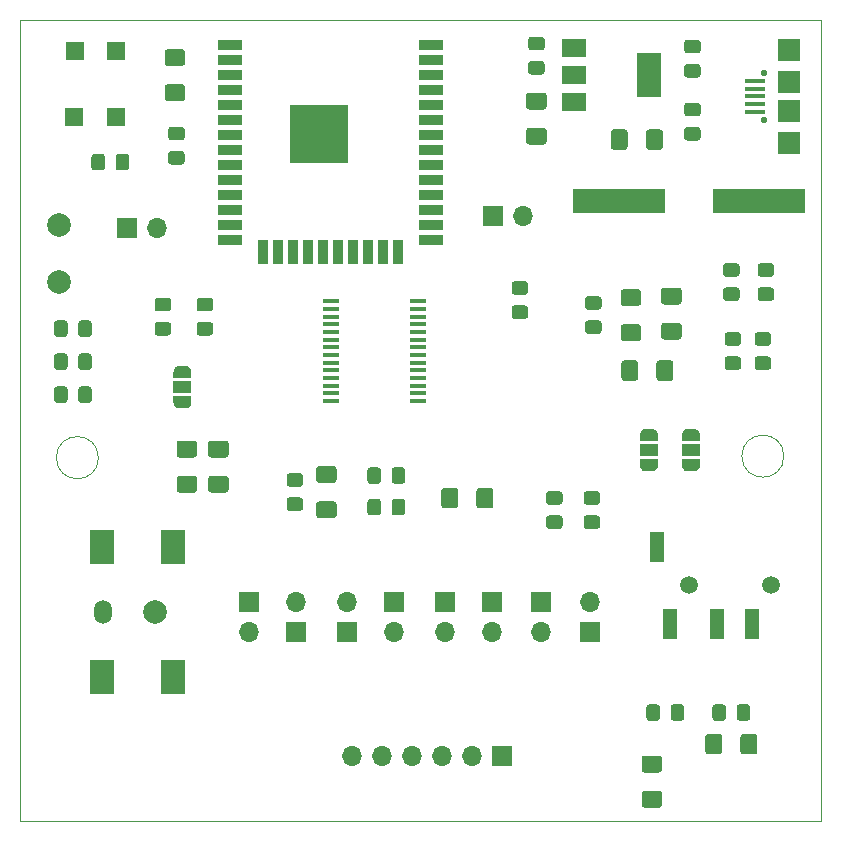
<source format=gbr>
%TF.GenerationSoftware,KiCad,Pcbnew,(5.1.8)-1*%
%TF.CreationDate,2021-07-11T12:48:12+05:30*%
%TF.ProjectId,AC_RMS_ESP32_ATM90E26,41435f52-4d53-45f4-9553-5033325f4154,V2*%
%TF.SameCoordinates,Original*%
%TF.FileFunction,Soldermask,Top*%
%TF.FilePolarity,Negative*%
%FSLAX46Y46*%
G04 Gerber Fmt 4.6, Leading zero omitted, Abs format (unit mm)*
G04 Created by KiCad (PCBNEW (5.1.8)-1) date 2021-07-11 12:48:12*
%MOMM*%
%LPD*%
G01*
G04 APERTURE LIST*
%TA.AperFunction,Profile*%
%ADD10C,0.050000*%
%TD*%
%ADD11O,1.700000X1.700000*%
%ADD12R,1.700000X1.700000*%
%ADD13R,1.900000X1.900000*%
%ADD14C,0.550000*%
%ADD15R,1.800000X0.400000*%
%ADD16R,1.500000X1.500000*%
%ADD17O,1.500000X2.000000*%
%ADD18C,2.000000*%
%ADD19R,2.000000X3.000000*%
%ADD20C,0.100000*%
%ADD21R,1.500000X1.000000*%
%ADD22R,5.000000X5.000000*%
%ADD23R,2.000000X0.900000*%
%ADD24R,0.900000X2.000000*%
%ADD25R,7.875000X2.000000*%
%ADD26R,2.000000X3.800000*%
%ADD27R,2.000000X1.500000*%
%ADD28R,1.397000X0.348000*%
%ADD29R,1.200000X2.500000*%
%ADD30C,1.500000*%
G04 APERTURE END LIST*
D10*
X137795000Y-66040000D02*
X137795000Y-133858000D01*
X69977000Y-66040000D02*
X69977000Y-133858000D01*
X134620000Y-102997000D02*
G75*
G03*
X134620000Y-102997000I-1778000J0D01*
G01*
X76585530Y-103124000D02*
G75*
G03*
X76585530Y-103124000I-1782530J0D01*
G01*
X137795000Y-66040000D02*
X122301000Y-66040000D01*
X122301000Y-66040000D02*
X85471000Y-66040000D01*
X85471000Y-66040000D02*
X69977000Y-66040000D01*
X122301000Y-133858000D02*
X137795000Y-133858000D01*
X85471000Y-133858000D02*
X122301000Y-133858000D01*
X69977000Y-133858000D02*
X85471000Y-133858000D01*
D11*
%TO.C,J11*%
X114066000Y-117866000D03*
D12*
X114066000Y-115326000D03*
%TD*%
D13*
%TO.C,J4*%
X135085000Y-73735000D03*
X135085000Y-71335000D03*
X135085000Y-68585000D03*
X135085000Y-76485000D03*
D14*
X132935000Y-70535000D03*
X132935000Y-74535000D03*
D15*
X132185000Y-71235000D03*
X132185000Y-71885000D03*
X132185000Y-72535000D03*
X132185000Y-73835000D03*
X132185000Y-73185000D03*
%TD*%
D16*
%TO.C,sw1*%
X78095000Y-68693000D03*
X78085000Y-74313000D03*
%TD*%
%TO.C,sw2*%
X74569000Y-68689000D03*
X74559000Y-74309000D03*
%TD*%
%TO.C,D2*%
G36*
G01*
X124374000Y-75575000D02*
X124374000Y-76825000D01*
G75*
G02*
X124124000Y-77075000I-250000J0D01*
G01*
X123199000Y-77075000D01*
G75*
G02*
X122949000Y-76825000I0J250000D01*
G01*
X122949000Y-75575000D01*
G75*
G02*
X123199000Y-75325000I250000J0D01*
G01*
X124124000Y-75325000D01*
G75*
G02*
X124374000Y-75575000I0J-250000D01*
G01*
G37*
G36*
G01*
X121399000Y-75575000D02*
X121399000Y-76825000D01*
G75*
G02*
X121149000Y-77075000I-250000J0D01*
G01*
X120224000Y-77075000D01*
G75*
G02*
X119974000Y-76825000I0J250000D01*
G01*
X119974000Y-75575000D01*
G75*
G02*
X120224000Y-75325000I250000J0D01*
G01*
X121149000Y-75325000D01*
G75*
G02*
X121399000Y-75575000I0J-250000D01*
G01*
G37*
%TD*%
D12*
%TO.C,J3*%
X109911000Y-115326000D03*
D11*
X109911000Y-117866000D03*
%TD*%
D12*
%TO.C,J2*%
X105898000Y-115326000D03*
D11*
X105898000Y-117866000D03*
%TD*%
D12*
%TO.C,J5*%
X97637600Y-117876000D03*
D11*
X97637600Y-115336000D03*
%TD*%
%TO.C,J6*%
X101651000Y-117866000D03*
D12*
X101651000Y-115326000D03*
%TD*%
%TO.C,J10*%
X78994000Y-83693000D03*
D11*
X81534000Y-83693000D03*
%TD*%
%TO.C,J7*%
X112522000Y-82677000D03*
D12*
X109982000Y-82677000D03*
%TD*%
D17*
%TO.C,J8*%
X76983000Y-116205000D03*
D18*
X81383000Y-116205000D03*
D19*
X76883000Y-110705000D03*
X82883000Y-110705000D03*
X82883000Y-121705000D03*
X76883000Y-121705000D03*
%TD*%
D12*
%TO.C,J9*%
X110744000Y-128397000D03*
D11*
X108204000Y-128397000D03*
X105664000Y-128397000D03*
X103124000Y-128397000D03*
X100584000Y-128397000D03*
X98044000Y-128397000D03*
%TD*%
%TO.C,J12*%
X118222000Y-115336000D03*
D12*
X118222000Y-117876000D03*
%TD*%
%TO.C,J13*%
X89344500Y-115326000D03*
D11*
X89344500Y-117866000D03*
%TD*%
D12*
%TO.C,J14*%
X93332300Y-117876000D03*
D11*
X93332300Y-115336000D03*
%TD*%
%TO.C,R1*%
G36*
G01*
X132375000Y-126756000D02*
X132375000Y-128006000D01*
G75*
G02*
X132125000Y-128256000I-250000J0D01*
G01*
X131200000Y-128256000D01*
G75*
G02*
X130950000Y-128006000I0J250000D01*
G01*
X130950000Y-126756000D01*
G75*
G02*
X131200000Y-126506000I250000J0D01*
G01*
X132125000Y-126506000D01*
G75*
G02*
X132375000Y-126756000I0J-250000D01*
G01*
G37*
G36*
G01*
X129400000Y-126756000D02*
X129400000Y-128006000D01*
G75*
G02*
X129150000Y-128256000I-250000J0D01*
G01*
X128225000Y-128256000D01*
G75*
G02*
X127975000Y-128006000I0J250000D01*
G01*
X127975000Y-126756000D01*
G75*
G02*
X128225000Y-126506000I250000J0D01*
G01*
X129150000Y-126506000D01*
G75*
G02*
X129400000Y-126756000I0J-250000D01*
G01*
G37*
%TD*%
%TO.C,R4*%
G36*
G01*
X95260000Y-103845000D02*
X96510000Y-103845000D01*
G75*
G02*
X96760000Y-104095000I0J-250000D01*
G01*
X96760000Y-105020000D01*
G75*
G02*
X96510000Y-105270000I-250000J0D01*
G01*
X95260000Y-105270000D01*
G75*
G02*
X95010000Y-105020000I0J250000D01*
G01*
X95010000Y-104095000D01*
G75*
G02*
X95260000Y-103845000I250000J0D01*
G01*
G37*
G36*
G01*
X95260000Y-106820000D02*
X96510000Y-106820000D01*
G75*
G02*
X96760000Y-107070000I0J-250000D01*
G01*
X96760000Y-107995000D01*
G75*
G02*
X96510000Y-108245000I-250000J0D01*
G01*
X95260000Y-108245000D01*
G75*
G02*
X95010000Y-107995000I0J250000D01*
G01*
X95010000Y-107070000D01*
G75*
G02*
X95260000Y-106820000I250000J0D01*
G01*
G37*
%TD*%
%TO.C,R9*%
G36*
G01*
X82433000Y-71514000D02*
X83683000Y-71514000D01*
G75*
G02*
X83933000Y-71764000I0J-250000D01*
G01*
X83933000Y-72689000D01*
G75*
G02*
X83683000Y-72939000I-250000J0D01*
G01*
X82433000Y-72939000D01*
G75*
G02*
X82183000Y-72689000I0J250000D01*
G01*
X82183000Y-71764000D01*
G75*
G02*
X82433000Y-71514000I250000J0D01*
G01*
G37*
G36*
G01*
X82433000Y-68539000D02*
X83683000Y-68539000D01*
G75*
G02*
X83933000Y-68789000I0J-250000D01*
G01*
X83933000Y-69714000D01*
G75*
G02*
X83683000Y-69964000I-250000J0D01*
G01*
X82433000Y-69964000D01*
G75*
G02*
X82183000Y-69714000I0J250000D01*
G01*
X82183000Y-68789000D01*
G75*
G02*
X82433000Y-68539000I250000J0D01*
G01*
G37*
%TD*%
%TO.C,R10*%
G36*
G01*
X113040000Y-72222000D02*
X114290000Y-72222000D01*
G75*
G02*
X114540000Y-72472000I0J-250000D01*
G01*
X114540000Y-73397000D01*
G75*
G02*
X114290000Y-73647000I-250000J0D01*
G01*
X113040000Y-73647000D01*
G75*
G02*
X112790000Y-73397000I0J250000D01*
G01*
X112790000Y-72472000D01*
G75*
G02*
X113040000Y-72222000I250000J0D01*
G01*
G37*
G36*
G01*
X113040000Y-75197000D02*
X114290000Y-75197000D01*
G75*
G02*
X114540000Y-75447000I0J-250000D01*
G01*
X114540000Y-76372000D01*
G75*
G02*
X114290000Y-76622000I-250000J0D01*
G01*
X113040000Y-76622000D01*
G75*
G02*
X112790000Y-76372000I0J250000D01*
G01*
X112790000Y-75447000D01*
G75*
G02*
X113040000Y-75197000I250000J0D01*
G01*
G37*
%TD*%
%TO.C,R13*%
G36*
G01*
X123838000Y-96383000D02*
X123838000Y-95133000D01*
G75*
G02*
X124088000Y-94883000I250000J0D01*
G01*
X125013000Y-94883000D01*
G75*
G02*
X125263000Y-95133000I0J-250000D01*
G01*
X125263000Y-96383000D01*
G75*
G02*
X125013000Y-96633000I-250000J0D01*
G01*
X124088000Y-96633000D01*
G75*
G02*
X123838000Y-96383000I0J250000D01*
G01*
G37*
G36*
G01*
X120863000Y-96383000D02*
X120863000Y-95133000D01*
G75*
G02*
X121113000Y-94883000I250000J0D01*
G01*
X122038000Y-94883000D01*
G75*
G02*
X122288000Y-95133000I0J-250000D01*
G01*
X122288000Y-96383000D01*
G75*
G02*
X122038000Y-96633000I-250000J0D01*
G01*
X121113000Y-96633000D01*
G75*
G02*
X120863000Y-96383000I0J250000D01*
G01*
G37*
%TD*%
%TO.C,R14*%
G36*
G01*
X121041000Y-91834000D02*
X122291000Y-91834000D01*
G75*
G02*
X122541000Y-92084000I0J-250000D01*
G01*
X122541000Y-93009000D01*
G75*
G02*
X122291000Y-93259000I-250000J0D01*
G01*
X121041000Y-93259000D01*
G75*
G02*
X120791000Y-93009000I0J250000D01*
G01*
X120791000Y-92084000D01*
G75*
G02*
X121041000Y-91834000I250000J0D01*
G01*
G37*
G36*
G01*
X121041000Y-88859000D02*
X122291000Y-88859000D01*
G75*
G02*
X122541000Y-89109000I0J-250000D01*
G01*
X122541000Y-90034000D01*
G75*
G02*
X122291000Y-90284000I-250000J0D01*
G01*
X121041000Y-90284000D01*
G75*
G02*
X120791000Y-90034000I0J250000D01*
G01*
X120791000Y-89109000D01*
G75*
G02*
X121041000Y-88859000I250000J0D01*
G01*
G37*
%TD*%
%TO.C,R15*%
G36*
G01*
X124470000Y-91707000D02*
X125720000Y-91707000D01*
G75*
G02*
X125970000Y-91957000I0J-250000D01*
G01*
X125970000Y-92882000D01*
G75*
G02*
X125720000Y-93132000I-250000J0D01*
G01*
X124470000Y-93132000D01*
G75*
G02*
X124220000Y-92882000I0J250000D01*
G01*
X124220000Y-91957000D01*
G75*
G02*
X124470000Y-91707000I250000J0D01*
G01*
G37*
G36*
G01*
X124470000Y-88732000D02*
X125720000Y-88732000D01*
G75*
G02*
X125970000Y-88982000I0J-250000D01*
G01*
X125970000Y-89907000D01*
G75*
G02*
X125720000Y-90157000I-250000J0D01*
G01*
X124470000Y-90157000D01*
G75*
G02*
X124220000Y-89907000I0J250000D01*
G01*
X124220000Y-88982000D01*
G75*
G02*
X124470000Y-88732000I250000J0D01*
G01*
G37*
%TD*%
%TO.C,R16*%
G36*
G01*
X84699000Y-106086000D02*
X83449000Y-106086000D01*
G75*
G02*
X83199000Y-105836000I0J250000D01*
G01*
X83199000Y-104911000D01*
G75*
G02*
X83449000Y-104661000I250000J0D01*
G01*
X84699000Y-104661000D01*
G75*
G02*
X84949000Y-104911000I0J-250000D01*
G01*
X84949000Y-105836000D01*
G75*
G02*
X84699000Y-106086000I-250000J0D01*
G01*
G37*
G36*
G01*
X84699000Y-103111000D02*
X83449000Y-103111000D01*
G75*
G02*
X83199000Y-102861000I0J250000D01*
G01*
X83199000Y-101936000D01*
G75*
G02*
X83449000Y-101686000I250000J0D01*
G01*
X84699000Y-101686000D01*
G75*
G02*
X84949000Y-101936000I0J-250000D01*
G01*
X84949000Y-102861000D01*
G75*
G02*
X84699000Y-103111000I-250000J0D01*
G01*
G37*
%TD*%
%TO.C,R17*%
G36*
G01*
X86116000Y-104661000D02*
X87366000Y-104661000D01*
G75*
G02*
X87616000Y-104911000I0J-250000D01*
G01*
X87616000Y-105836000D01*
G75*
G02*
X87366000Y-106086000I-250000J0D01*
G01*
X86116000Y-106086000D01*
G75*
G02*
X85866000Y-105836000I0J250000D01*
G01*
X85866000Y-104911000D01*
G75*
G02*
X86116000Y-104661000I250000J0D01*
G01*
G37*
G36*
G01*
X86116000Y-101686000D02*
X87366000Y-101686000D01*
G75*
G02*
X87616000Y-101936000I0J-250000D01*
G01*
X87616000Y-102861000D01*
G75*
G02*
X87366000Y-103111000I-250000J0D01*
G01*
X86116000Y-103111000D01*
G75*
G02*
X85866000Y-102861000I0J250000D01*
G01*
X85866000Y-101936000D01*
G75*
G02*
X86116000Y-101686000I250000J0D01*
G01*
G37*
%TD*%
D20*
%TO.C,SJ1*%
G36*
X125996000Y-101739000D02*
G01*
X125996000Y-101189000D01*
X125996602Y-101189000D01*
X125996602Y-101164466D01*
X126001412Y-101115635D01*
X126010984Y-101067510D01*
X126025228Y-101020555D01*
X126044005Y-100975222D01*
X126067136Y-100931949D01*
X126094396Y-100891150D01*
X126125524Y-100853221D01*
X126160221Y-100818524D01*
X126198150Y-100787396D01*
X126238949Y-100760136D01*
X126282222Y-100737005D01*
X126327555Y-100718228D01*
X126374510Y-100703984D01*
X126422635Y-100694412D01*
X126471466Y-100689602D01*
X126496000Y-100689602D01*
X126496000Y-100689000D01*
X126996000Y-100689000D01*
X126996000Y-100689602D01*
X127020534Y-100689602D01*
X127069365Y-100694412D01*
X127117490Y-100703984D01*
X127164445Y-100718228D01*
X127209778Y-100737005D01*
X127253051Y-100760136D01*
X127293850Y-100787396D01*
X127331779Y-100818524D01*
X127366476Y-100853221D01*
X127397604Y-100891150D01*
X127424864Y-100931949D01*
X127447995Y-100975222D01*
X127466772Y-101020555D01*
X127481016Y-101067510D01*
X127490588Y-101115635D01*
X127495398Y-101164466D01*
X127495398Y-101189000D01*
X127496000Y-101189000D01*
X127496000Y-101739000D01*
X125996000Y-101739000D01*
G37*
G36*
X127495398Y-103789000D02*
G01*
X127495398Y-103813534D01*
X127490588Y-103862365D01*
X127481016Y-103910490D01*
X127466772Y-103957445D01*
X127447995Y-104002778D01*
X127424864Y-104046051D01*
X127397604Y-104086850D01*
X127366476Y-104124779D01*
X127331779Y-104159476D01*
X127293850Y-104190604D01*
X127253051Y-104217864D01*
X127209778Y-104240995D01*
X127164445Y-104259772D01*
X127117490Y-104274016D01*
X127069365Y-104283588D01*
X127020534Y-104288398D01*
X126996000Y-104288398D01*
X126996000Y-104289000D01*
X126496000Y-104289000D01*
X126496000Y-104288398D01*
X126471466Y-104288398D01*
X126422635Y-104283588D01*
X126374510Y-104274016D01*
X126327555Y-104259772D01*
X126282222Y-104240995D01*
X126238949Y-104217864D01*
X126198150Y-104190604D01*
X126160221Y-104159476D01*
X126125524Y-104124779D01*
X126094396Y-104086850D01*
X126067136Y-104046051D01*
X126044005Y-104002778D01*
X126025228Y-103957445D01*
X126010984Y-103910490D01*
X126001412Y-103862365D01*
X125996602Y-103813534D01*
X125996602Y-103789000D01*
X125996000Y-103789000D01*
X125996000Y-103239000D01*
X127496000Y-103239000D01*
X127496000Y-103789000D01*
X127495398Y-103789000D01*
G37*
D21*
X126746000Y-102489000D03*
%TD*%
D20*
%TO.C,SJ2*%
G36*
X123940000Y-103239000D02*
G01*
X123940000Y-103789000D01*
X123939398Y-103789000D01*
X123939398Y-103813534D01*
X123934588Y-103862365D01*
X123925016Y-103910490D01*
X123910772Y-103957445D01*
X123891995Y-104002778D01*
X123868864Y-104046051D01*
X123841604Y-104086850D01*
X123810476Y-104124779D01*
X123775779Y-104159476D01*
X123737850Y-104190604D01*
X123697051Y-104217864D01*
X123653778Y-104240995D01*
X123608445Y-104259772D01*
X123561490Y-104274016D01*
X123513365Y-104283588D01*
X123464534Y-104288398D01*
X123440000Y-104288398D01*
X123440000Y-104289000D01*
X122940000Y-104289000D01*
X122940000Y-104288398D01*
X122915466Y-104288398D01*
X122866635Y-104283588D01*
X122818510Y-104274016D01*
X122771555Y-104259772D01*
X122726222Y-104240995D01*
X122682949Y-104217864D01*
X122642150Y-104190604D01*
X122604221Y-104159476D01*
X122569524Y-104124779D01*
X122538396Y-104086850D01*
X122511136Y-104046051D01*
X122488005Y-104002778D01*
X122469228Y-103957445D01*
X122454984Y-103910490D01*
X122445412Y-103862365D01*
X122440602Y-103813534D01*
X122440602Y-103789000D01*
X122440000Y-103789000D01*
X122440000Y-103239000D01*
X123940000Y-103239000D01*
G37*
G36*
X122440602Y-101189000D02*
G01*
X122440602Y-101164466D01*
X122445412Y-101115635D01*
X122454984Y-101067510D01*
X122469228Y-101020555D01*
X122488005Y-100975222D01*
X122511136Y-100931949D01*
X122538396Y-100891150D01*
X122569524Y-100853221D01*
X122604221Y-100818524D01*
X122642150Y-100787396D01*
X122682949Y-100760136D01*
X122726222Y-100737005D01*
X122771555Y-100718228D01*
X122818510Y-100703984D01*
X122866635Y-100694412D01*
X122915466Y-100689602D01*
X122940000Y-100689602D01*
X122940000Y-100689000D01*
X123440000Y-100689000D01*
X123440000Y-100689602D01*
X123464534Y-100689602D01*
X123513365Y-100694412D01*
X123561490Y-100703984D01*
X123608445Y-100718228D01*
X123653778Y-100737005D01*
X123697051Y-100760136D01*
X123737850Y-100787396D01*
X123775779Y-100818524D01*
X123810476Y-100853221D01*
X123841604Y-100891150D01*
X123868864Y-100931949D01*
X123891995Y-100975222D01*
X123910772Y-101020555D01*
X123925016Y-101067510D01*
X123934588Y-101115635D01*
X123939398Y-101164466D01*
X123939398Y-101189000D01*
X123940000Y-101189000D01*
X123940000Y-101739000D01*
X122440000Y-101739000D01*
X122440000Y-101189000D01*
X122440602Y-101189000D01*
G37*
D21*
X123190000Y-102489000D03*
%TD*%
%TO.C,SJ3*%
X83693000Y-97155000D03*
D20*
G36*
X84442398Y-98455000D02*
G01*
X84442398Y-98479534D01*
X84437588Y-98528365D01*
X84428016Y-98576490D01*
X84413772Y-98623445D01*
X84394995Y-98668778D01*
X84371864Y-98712051D01*
X84344604Y-98752850D01*
X84313476Y-98790779D01*
X84278779Y-98825476D01*
X84240850Y-98856604D01*
X84200051Y-98883864D01*
X84156778Y-98906995D01*
X84111445Y-98925772D01*
X84064490Y-98940016D01*
X84016365Y-98949588D01*
X83967534Y-98954398D01*
X83943000Y-98954398D01*
X83943000Y-98955000D01*
X83443000Y-98955000D01*
X83443000Y-98954398D01*
X83418466Y-98954398D01*
X83369635Y-98949588D01*
X83321510Y-98940016D01*
X83274555Y-98925772D01*
X83229222Y-98906995D01*
X83185949Y-98883864D01*
X83145150Y-98856604D01*
X83107221Y-98825476D01*
X83072524Y-98790779D01*
X83041396Y-98752850D01*
X83014136Y-98712051D01*
X82991005Y-98668778D01*
X82972228Y-98623445D01*
X82957984Y-98576490D01*
X82948412Y-98528365D01*
X82943602Y-98479534D01*
X82943602Y-98455000D01*
X82943000Y-98455000D01*
X82943000Y-97905000D01*
X84443000Y-97905000D01*
X84443000Y-98455000D01*
X84442398Y-98455000D01*
G37*
G36*
X82943000Y-96405000D02*
G01*
X82943000Y-95855000D01*
X82943602Y-95855000D01*
X82943602Y-95830466D01*
X82948412Y-95781635D01*
X82957984Y-95733510D01*
X82972228Y-95686555D01*
X82991005Y-95641222D01*
X83014136Y-95597949D01*
X83041396Y-95557150D01*
X83072524Y-95519221D01*
X83107221Y-95484524D01*
X83145150Y-95453396D01*
X83185949Y-95426136D01*
X83229222Y-95403005D01*
X83274555Y-95384228D01*
X83321510Y-95369984D01*
X83369635Y-95360412D01*
X83418466Y-95355602D01*
X83443000Y-95355602D01*
X83443000Y-95355000D01*
X83943000Y-95355000D01*
X83943000Y-95355602D01*
X83967534Y-95355602D01*
X84016365Y-95360412D01*
X84064490Y-95369984D01*
X84111445Y-95384228D01*
X84156778Y-95403005D01*
X84200051Y-95426136D01*
X84240850Y-95453396D01*
X84278779Y-95484524D01*
X84313476Y-95519221D01*
X84344604Y-95557150D01*
X84371864Y-95597949D01*
X84394995Y-95641222D01*
X84413772Y-95686555D01*
X84428016Y-95733510D01*
X84437588Y-95781635D01*
X84442398Y-95830466D01*
X84442398Y-95855000D01*
X84443000Y-95855000D01*
X84443000Y-96405000D01*
X82943000Y-96405000D01*
G37*
%TD*%
D18*
%TO.C,TP1*%
X73279000Y-88265000D03*
%TD*%
%TO.C,TP2*%
X73279000Y-83439000D03*
%TD*%
D22*
%TO.C,U1*%
X95266000Y-75699000D03*
D23*
X87766000Y-68199000D03*
X87766000Y-69469000D03*
X87766000Y-70739000D03*
X87766000Y-72009000D03*
X87766000Y-73279000D03*
X87766000Y-74549000D03*
X87766000Y-75819000D03*
X87766000Y-77089000D03*
X87766000Y-78359000D03*
X87766000Y-79629000D03*
X87766000Y-80899000D03*
X87766000Y-82169000D03*
X87766000Y-83439000D03*
X87766000Y-84709000D03*
D24*
X90551000Y-85709000D03*
X91821000Y-85709000D03*
X93091000Y-85709000D03*
X94361000Y-85709000D03*
X95631000Y-85709000D03*
X96901000Y-85709000D03*
X98171000Y-85709000D03*
X99441000Y-85709000D03*
X100711000Y-85709000D03*
X101981000Y-85709000D03*
D23*
X104766000Y-84709000D03*
X104766000Y-83439000D03*
X104766000Y-82169000D03*
X104766000Y-80899000D03*
X104766000Y-79629000D03*
X104766000Y-78359000D03*
X104766000Y-77089000D03*
X104766000Y-75819000D03*
X104766000Y-74549000D03*
X104766000Y-73279000D03*
X104766000Y-72009000D03*
X104766000Y-70739000D03*
X104766000Y-69469000D03*
X104766000Y-68199000D03*
%TD*%
D25*
%TO.C,Y1*%
X132556500Y-81407000D03*
X120681500Y-81407000D03*
%TD*%
D26*
%TO.C,U3*%
X123165000Y-70739000D03*
D27*
X116865000Y-70739000D03*
X116865000Y-73039000D03*
X116865000Y-68439000D03*
%TD*%
D28*
%TO.C,U2*%
X103605000Y-89882000D03*
X103605000Y-90532000D03*
X103605000Y-91182000D03*
X103605000Y-91832000D03*
X103605000Y-92482000D03*
X103605000Y-93132000D03*
X103605000Y-93782000D03*
X103605000Y-95082000D03*
X103605000Y-94432000D03*
X103605000Y-95732000D03*
X103605000Y-96382000D03*
X103605000Y-97032000D03*
X103605000Y-97682000D03*
X103605000Y-98332000D03*
X96293000Y-89882000D03*
X96293000Y-90532000D03*
X96293000Y-91182000D03*
X96293000Y-91832000D03*
X96293000Y-92482000D03*
X96293000Y-93132000D03*
X96293000Y-93782000D03*
X96293000Y-94432000D03*
X96293000Y-95082000D03*
X96293000Y-95732000D03*
X96293000Y-96382000D03*
X96293000Y-97032000D03*
X96293000Y-97682000D03*
X96293000Y-98332000D03*
%TD*%
D29*
%TO.C,J1*%
X123853000Y-110669000D03*
X124953000Y-117169000D03*
X128953000Y-117169000D03*
X131953000Y-117169000D03*
D30*
X133553000Y-113919000D03*
X126553000Y-113919000D03*
%TD*%
%TO.C,C1*%
G36*
G01*
X124069000Y-129781000D02*
X122819000Y-129781000D01*
G75*
G02*
X122569000Y-129531000I0J250000D01*
G01*
X122569000Y-128606000D01*
G75*
G02*
X122819000Y-128356000I250000J0D01*
G01*
X124069000Y-128356000D01*
G75*
G02*
X124319000Y-128606000I0J-250000D01*
G01*
X124319000Y-129531000D01*
G75*
G02*
X124069000Y-129781000I-250000J0D01*
G01*
G37*
G36*
G01*
X124069000Y-132756000D02*
X122819000Y-132756000D01*
G75*
G02*
X122569000Y-132506000I0J250000D01*
G01*
X122569000Y-131581000D01*
G75*
G02*
X122819000Y-131331000I250000J0D01*
G01*
X124069000Y-131331000D01*
G75*
G02*
X124319000Y-131581000I0J-250000D01*
G01*
X124319000Y-132506000D01*
G75*
G02*
X124069000Y-132756000I-250000J0D01*
G01*
G37*
%TD*%
%TO.C,C2*%
G36*
G01*
X105623000Y-107178000D02*
X105623000Y-105928000D01*
G75*
G02*
X105873000Y-105678000I250000J0D01*
G01*
X106798000Y-105678000D01*
G75*
G02*
X107048000Y-105928000I0J-250000D01*
G01*
X107048000Y-107178000D01*
G75*
G02*
X106798000Y-107428000I-250000J0D01*
G01*
X105873000Y-107428000D01*
G75*
G02*
X105623000Y-107178000I0J250000D01*
G01*
G37*
G36*
G01*
X108598000Y-107178000D02*
X108598000Y-105928000D01*
G75*
G02*
X108848000Y-105678000I250000J0D01*
G01*
X109773000Y-105678000D01*
G75*
G02*
X110023000Y-105928000I0J-250000D01*
G01*
X110023000Y-107178000D01*
G75*
G02*
X109773000Y-107428000I-250000J0D01*
G01*
X108848000Y-107428000D01*
G75*
G02*
X108598000Y-107178000I0J250000D01*
G01*
G37*
%TD*%
%TO.C,C3*%
G36*
G01*
X75997000Y-78555001D02*
X75997000Y-77654999D01*
G75*
G02*
X76246999Y-77405000I249999J0D01*
G01*
X76897001Y-77405000D01*
G75*
G02*
X77147000Y-77654999I0J-249999D01*
G01*
X77147000Y-78555001D01*
G75*
G02*
X76897001Y-78805000I-249999J0D01*
G01*
X76246999Y-78805000D01*
G75*
G02*
X75997000Y-78555001I0J249999D01*
G01*
G37*
G36*
G01*
X78047000Y-78555001D02*
X78047000Y-77654999D01*
G75*
G02*
X78296999Y-77405000I249999J0D01*
G01*
X78947001Y-77405000D01*
G75*
G02*
X79197000Y-77654999I0J-249999D01*
G01*
X79197000Y-78555001D01*
G75*
G02*
X78947001Y-78805000I-249999J0D01*
G01*
X78296999Y-78805000D01*
G75*
G02*
X78047000Y-78555001I0J249999D01*
G01*
G37*
%TD*%
%TO.C,C4*%
G36*
G01*
X114115001Y-70688000D02*
X113214999Y-70688000D01*
G75*
G02*
X112965000Y-70438001I0J249999D01*
G01*
X112965000Y-69787999D01*
G75*
G02*
X113214999Y-69538000I249999J0D01*
G01*
X114115001Y-69538000D01*
G75*
G02*
X114365000Y-69787999I0J-249999D01*
G01*
X114365000Y-70438001D01*
G75*
G02*
X114115001Y-70688000I-249999J0D01*
G01*
G37*
G36*
G01*
X114115001Y-68638000D02*
X113214999Y-68638000D01*
G75*
G02*
X112965000Y-68388001I0J249999D01*
G01*
X112965000Y-67737999D01*
G75*
G02*
X113214999Y-67488000I249999J0D01*
G01*
X114115001Y-67488000D01*
G75*
G02*
X114365000Y-67737999I0J-249999D01*
G01*
X114365000Y-68388001D01*
G75*
G02*
X114115001Y-68638000I-249999J0D01*
G01*
G37*
%TD*%
%TO.C,C5*%
G36*
G01*
X127323001Y-70942000D02*
X126422999Y-70942000D01*
G75*
G02*
X126173000Y-70692001I0J249999D01*
G01*
X126173000Y-70041999D01*
G75*
G02*
X126422999Y-69792000I249999J0D01*
G01*
X127323001Y-69792000D01*
G75*
G02*
X127573000Y-70041999I0J-249999D01*
G01*
X127573000Y-70692001D01*
G75*
G02*
X127323001Y-70942000I-249999J0D01*
G01*
G37*
G36*
G01*
X127323001Y-68892000D02*
X126422999Y-68892000D01*
G75*
G02*
X126173000Y-68642001I0J249999D01*
G01*
X126173000Y-67991999D01*
G75*
G02*
X126422999Y-67742000I249999J0D01*
G01*
X127323001Y-67742000D01*
G75*
G02*
X127573000Y-67991999I0J-249999D01*
G01*
X127573000Y-68642001D01*
G75*
G02*
X127323001Y-68892000I-249999J0D01*
G01*
G37*
%TD*%
%TO.C,C6*%
G36*
G01*
X126422999Y-75126000D02*
X127323001Y-75126000D01*
G75*
G02*
X127573000Y-75375999I0J-249999D01*
G01*
X127573000Y-76026001D01*
G75*
G02*
X127323001Y-76276000I-249999J0D01*
G01*
X126422999Y-76276000D01*
G75*
G02*
X126173000Y-76026001I0J249999D01*
G01*
X126173000Y-75375999D01*
G75*
G02*
X126422999Y-75126000I249999J0D01*
G01*
G37*
G36*
G01*
X126422999Y-73076000D02*
X127323001Y-73076000D01*
G75*
G02*
X127573000Y-73325999I0J-249999D01*
G01*
X127573000Y-73976001D01*
G75*
G02*
X127323001Y-74226000I-249999J0D01*
G01*
X126422999Y-74226000D01*
G75*
G02*
X126173000Y-73976001I0J249999D01*
G01*
X126173000Y-73325999D01*
G75*
G02*
X126422999Y-73076000I249999J0D01*
G01*
G37*
%TD*%
%TO.C,C7*%
G36*
G01*
X73972000Y-94545999D02*
X73972000Y-95446001D01*
G75*
G02*
X73722001Y-95696000I-249999J0D01*
G01*
X73071999Y-95696000D01*
G75*
G02*
X72822000Y-95446001I0J249999D01*
G01*
X72822000Y-94545999D01*
G75*
G02*
X73071999Y-94296000I249999J0D01*
G01*
X73722001Y-94296000D01*
G75*
G02*
X73972000Y-94545999I0J-249999D01*
G01*
G37*
G36*
G01*
X76022000Y-94545999D02*
X76022000Y-95446001D01*
G75*
G02*
X75772001Y-95696000I-249999J0D01*
G01*
X75121999Y-95696000D01*
G75*
G02*
X74872000Y-95446001I0J249999D01*
G01*
X74872000Y-94545999D01*
G75*
G02*
X75121999Y-94296000I249999J0D01*
G01*
X75772001Y-94296000D01*
G75*
G02*
X76022000Y-94545999I0J-249999D01*
G01*
G37*
%TD*%
%TO.C,C8*%
G36*
G01*
X118814001Y-109169000D02*
X117913999Y-109169000D01*
G75*
G02*
X117664000Y-108919001I0J249999D01*
G01*
X117664000Y-108268999D01*
G75*
G02*
X117913999Y-108019000I249999J0D01*
G01*
X118814001Y-108019000D01*
G75*
G02*
X119064000Y-108268999I0J-249999D01*
G01*
X119064000Y-108919001D01*
G75*
G02*
X118814001Y-109169000I-249999J0D01*
G01*
G37*
G36*
G01*
X118814001Y-107119000D02*
X117913999Y-107119000D01*
G75*
G02*
X117664000Y-106869001I0J249999D01*
G01*
X117664000Y-106218999D01*
G75*
G02*
X117913999Y-105969000I249999J0D01*
G01*
X118814001Y-105969000D01*
G75*
G02*
X119064000Y-106218999I0J-249999D01*
G01*
X119064000Y-106869001D01*
G75*
G02*
X118814001Y-107119000I-249999J0D01*
G01*
G37*
%TD*%
%TO.C,C9*%
G36*
G01*
X129724999Y-88715000D02*
X130625001Y-88715000D01*
G75*
G02*
X130875000Y-88964999I0J-249999D01*
G01*
X130875000Y-89615001D01*
G75*
G02*
X130625001Y-89865000I-249999J0D01*
G01*
X129724999Y-89865000D01*
G75*
G02*
X129475000Y-89615001I0J249999D01*
G01*
X129475000Y-88964999D01*
G75*
G02*
X129724999Y-88715000I249999J0D01*
G01*
G37*
G36*
G01*
X129724999Y-86665000D02*
X130625001Y-86665000D01*
G75*
G02*
X130875000Y-86914999I0J-249999D01*
G01*
X130875000Y-87565001D01*
G75*
G02*
X130625001Y-87815000I-249999J0D01*
G01*
X129724999Y-87815000D01*
G75*
G02*
X129475000Y-87565001I0J249999D01*
G01*
X129475000Y-86914999D01*
G75*
G02*
X129724999Y-86665000I249999J0D01*
G01*
G37*
%TD*%
%TO.C,C10*%
G36*
G01*
X132645999Y-88715000D02*
X133546001Y-88715000D01*
G75*
G02*
X133796000Y-88964999I0J-249999D01*
G01*
X133796000Y-89615001D01*
G75*
G02*
X133546001Y-89865000I-249999J0D01*
G01*
X132645999Y-89865000D01*
G75*
G02*
X132396000Y-89615001I0J249999D01*
G01*
X132396000Y-88964999D01*
G75*
G02*
X132645999Y-88715000I249999J0D01*
G01*
G37*
G36*
G01*
X132645999Y-86665000D02*
X133546001Y-86665000D01*
G75*
G02*
X133796000Y-86914999I0J-249999D01*
G01*
X133796000Y-87565001D01*
G75*
G02*
X133546001Y-87815000I-249999J0D01*
G01*
X132645999Y-87815000D01*
G75*
G02*
X132396000Y-87565001I0J249999D01*
G01*
X132396000Y-86914999D01*
G75*
G02*
X132645999Y-86665000I249999J0D01*
G01*
G37*
%TD*%
%TO.C,C11*%
G36*
G01*
X118040999Y-89459000D02*
X118941001Y-89459000D01*
G75*
G02*
X119191000Y-89708999I0J-249999D01*
G01*
X119191000Y-90359001D01*
G75*
G02*
X118941001Y-90609000I-249999J0D01*
G01*
X118040999Y-90609000D01*
G75*
G02*
X117791000Y-90359001I0J249999D01*
G01*
X117791000Y-89708999D01*
G75*
G02*
X118040999Y-89459000I249999J0D01*
G01*
G37*
G36*
G01*
X118040999Y-91509000D02*
X118941001Y-91509000D01*
G75*
G02*
X119191000Y-91758999I0J-249999D01*
G01*
X119191000Y-92409001D01*
G75*
G02*
X118941001Y-92659000I-249999J0D01*
G01*
X118040999Y-92659000D01*
G75*
G02*
X117791000Y-92409001I0J249999D01*
G01*
X117791000Y-91758999D01*
G75*
G02*
X118040999Y-91509000I249999J0D01*
G01*
G37*
%TD*%
%TO.C,C12*%
G36*
G01*
X111817999Y-90239000D02*
X112718001Y-90239000D01*
G75*
G02*
X112968000Y-90488999I0J-249999D01*
G01*
X112968000Y-91139001D01*
G75*
G02*
X112718001Y-91389000I-249999J0D01*
G01*
X111817999Y-91389000D01*
G75*
G02*
X111568000Y-91139001I0J249999D01*
G01*
X111568000Y-90488999D01*
G75*
G02*
X111817999Y-90239000I249999J0D01*
G01*
G37*
G36*
G01*
X111817999Y-88189000D02*
X112718001Y-88189000D01*
G75*
G02*
X112968000Y-88438999I0J-249999D01*
G01*
X112968000Y-89089001D01*
G75*
G02*
X112718001Y-89339000I-249999J0D01*
G01*
X111817999Y-89339000D01*
G75*
G02*
X111568000Y-89089001I0J249999D01*
G01*
X111568000Y-88438999D01*
G75*
G02*
X111817999Y-88189000I249999J0D01*
G01*
G37*
%TD*%
%TO.C,C13*%
G36*
G01*
X72822000Y-92652001D02*
X72822000Y-91751999D01*
G75*
G02*
X73071999Y-91502000I249999J0D01*
G01*
X73722001Y-91502000D01*
G75*
G02*
X73972000Y-91751999I0J-249999D01*
G01*
X73972000Y-92652001D01*
G75*
G02*
X73722001Y-92902000I-249999J0D01*
G01*
X73071999Y-92902000D01*
G75*
G02*
X72822000Y-92652001I0J249999D01*
G01*
G37*
G36*
G01*
X74872000Y-92652001D02*
X74872000Y-91751999D01*
G75*
G02*
X75121999Y-91502000I249999J0D01*
G01*
X75772001Y-91502000D01*
G75*
G02*
X76022000Y-91751999I0J-249999D01*
G01*
X76022000Y-92652001D01*
G75*
G02*
X75772001Y-92902000I-249999J0D01*
G01*
X75121999Y-92902000D01*
G75*
G02*
X74872000Y-92652001I0J249999D01*
G01*
G37*
%TD*%
%TO.C,C15*%
G36*
G01*
X76022000Y-97339999D02*
X76022000Y-98240001D01*
G75*
G02*
X75772001Y-98490000I-249999J0D01*
G01*
X75121999Y-98490000D01*
G75*
G02*
X74872000Y-98240001I0J249999D01*
G01*
X74872000Y-97339999D01*
G75*
G02*
X75121999Y-97090000I249999J0D01*
G01*
X75772001Y-97090000D01*
G75*
G02*
X76022000Y-97339999I0J-249999D01*
G01*
G37*
G36*
G01*
X73972000Y-97339999D02*
X73972000Y-98240001D01*
G75*
G02*
X73722001Y-98490000I-249999J0D01*
G01*
X73071999Y-98490000D01*
G75*
G02*
X72822000Y-98240001I0J249999D01*
G01*
X72822000Y-97339999D01*
G75*
G02*
X73071999Y-97090000I249999J0D01*
G01*
X73722001Y-97090000D01*
G75*
G02*
X73972000Y-97339999I0J-249999D01*
G01*
G37*
%TD*%
%TO.C,C16*%
G36*
G01*
X81591999Y-91636000D02*
X82492001Y-91636000D01*
G75*
G02*
X82742000Y-91885999I0J-249999D01*
G01*
X82742000Y-92536001D01*
G75*
G02*
X82492001Y-92786000I-249999J0D01*
G01*
X81591999Y-92786000D01*
G75*
G02*
X81342000Y-92536001I0J249999D01*
G01*
X81342000Y-91885999D01*
G75*
G02*
X81591999Y-91636000I249999J0D01*
G01*
G37*
G36*
G01*
X81591999Y-89586000D02*
X82492001Y-89586000D01*
G75*
G02*
X82742000Y-89835999I0J-249999D01*
G01*
X82742000Y-90486001D01*
G75*
G02*
X82492001Y-90736000I-249999J0D01*
G01*
X81591999Y-90736000D01*
G75*
G02*
X81342000Y-90486001I0J249999D01*
G01*
X81342000Y-89835999D01*
G75*
G02*
X81591999Y-89586000I249999J0D01*
G01*
G37*
%TD*%
%TO.C,C17*%
G36*
G01*
X85147999Y-89586000D02*
X86048001Y-89586000D01*
G75*
G02*
X86298000Y-89835999I0J-249999D01*
G01*
X86298000Y-90486001D01*
G75*
G02*
X86048001Y-90736000I-249999J0D01*
G01*
X85147999Y-90736000D01*
G75*
G02*
X84898000Y-90486001I0J249999D01*
G01*
X84898000Y-89835999D01*
G75*
G02*
X85147999Y-89586000I249999J0D01*
G01*
G37*
G36*
G01*
X85147999Y-91636000D02*
X86048001Y-91636000D01*
G75*
G02*
X86298000Y-91885999I0J-249999D01*
G01*
X86298000Y-92536001D01*
G75*
G02*
X86048001Y-92786000I-249999J0D01*
G01*
X85147999Y-92786000D01*
G75*
G02*
X84898000Y-92536001I0J249999D01*
G01*
X84898000Y-91885999D01*
G75*
G02*
X85147999Y-91636000I249999J0D01*
G01*
G37*
%TD*%
%TO.C,C18*%
G36*
G01*
X114738999Y-108019000D02*
X115639001Y-108019000D01*
G75*
G02*
X115889000Y-108268999I0J-249999D01*
G01*
X115889000Y-108919001D01*
G75*
G02*
X115639001Y-109169000I-249999J0D01*
G01*
X114738999Y-109169000D01*
G75*
G02*
X114489000Y-108919001I0J249999D01*
G01*
X114489000Y-108268999D01*
G75*
G02*
X114738999Y-108019000I249999J0D01*
G01*
G37*
G36*
G01*
X114738999Y-105969000D02*
X115639001Y-105969000D01*
G75*
G02*
X115889000Y-106218999I0J-249999D01*
G01*
X115889000Y-106869001D01*
G75*
G02*
X115639001Y-107119000I-249999J0D01*
G01*
X114738999Y-107119000D01*
G75*
G02*
X114489000Y-106869001I0J249999D01*
G01*
X114489000Y-106218999D01*
G75*
G02*
X114738999Y-105969000I249999J0D01*
G01*
G37*
%TD*%
%TO.C,R2*%
G36*
G01*
X129725000Y-124263999D02*
X129725000Y-125164001D01*
G75*
G02*
X129475001Y-125414000I-249999J0D01*
G01*
X128824999Y-125414000D01*
G75*
G02*
X128575000Y-125164001I0J249999D01*
G01*
X128575000Y-124263999D01*
G75*
G02*
X128824999Y-124014000I249999J0D01*
G01*
X129475001Y-124014000D01*
G75*
G02*
X129725000Y-124263999I0J-249999D01*
G01*
G37*
G36*
G01*
X131775000Y-124263999D02*
X131775000Y-125164001D01*
G75*
G02*
X131525001Y-125414000I-249999J0D01*
G01*
X130874999Y-125414000D01*
G75*
G02*
X130625000Y-125164001I0J249999D01*
G01*
X130625000Y-124263999D01*
G75*
G02*
X130874999Y-124014000I249999J0D01*
G01*
X131525001Y-124014000D01*
G75*
G02*
X131775000Y-124263999I0J-249999D01*
G01*
G37*
%TD*%
%TO.C,R3*%
G36*
G01*
X126187000Y-124263999D02*
X126187000Y-125164001D01*
G75*
G02*
X125937001Y-125414000I-249999J0D01*
G01*
X125286999Y-125414000D01*
G75*
G02*
X125037000Y-125164001I0J249999D01*
G01*
X125037000Y-124263999D01*
G75*
G02*
X125286999Y-124014000I249999J0D01*
G01*
X125937001Y-124014000D01*
G75*
G02*
X126187000Y-124263999I0J-249999D01*
G01*
G37*
G36*
G01*
X124137000Y-124263999D02*
X124137000Y-125164001D01*
G75*
G02*
X123887001Y-125414000I-249999J0D01*
G01*
X123236999Y-125414000D01*
G75*
G02*
X122987000Y-125164001I0J249999D01*
G01*
X122987000Y-124263999D01*
G75*
G02*
X123236999Y-124014000I249999J0D01*
G01*
X123887001Y-124014000D01*
G75*
G02*
X124137000Y-124263999I0J-249999D01*
G01*
G37*
%TD*%
%TO.C,R5*%
G36*
G01*
X93668001Y-107645000D02*
X92767999Y-107645000D01*
G75*
G02*
X92518000Y-107395001I0J249999D01*
G01*
X92518000Y-106744999D01*
G75*
G02*
X92767999Y-106495000I249999J0D01*
G01*
X93668001Y-106495000D01*
G75*
G02*
X93918000Y-106744999I0J-249999D01*
G01*
X93918000Y-107395001D01*
G75*
G02*
X93668001Y-107645000I-249999J0D01*
G01*
G37*
G36*
G01*
X93668001Y-105595000D02*
X92767999Y-105595000D01*
G75*
G02*
X92518000Y-105345001I0J249999D01*
G01*
X92518000Y-104694999D01*
G75*
G02*
X92767999Y-104445000I249999J0D01*
G01*
X93668001Y-104445000D01*
G75*
G02*
X93918000Y-104694999I0J-249999D01*
G01*
X93918000Y-105345001D01*
G75*
G02*
X93668001Y-105595000I-249999J0D01*
G01*
G37*
%TD*%
%TO.C,R6*%
G36*
G01*
X100515000Y-106864999D02*
X100515000Y-107765001D01*
G75*
G02*
X100265001Y-108015000I-249999J0D01*
G01*
X99614999Y-108015000D01*
G75*
G02*
X99365000Y-107765001I0J249999D01*
G01*
X99365000Y-106864999D01*
G75*
G02*
X99614999Y-106615000I249999J0D01*
G01*
X100265001Y-106615000D01*
G75*
G02*
X100515000Y-106864999I0J-249999D01*
G01*
G37*
G36*
G01*
X102565000Y-106864999D02*
X102565000Y-107765001D01*
G75*
G02*
X102315001Y-108015000I-249999J0D01*
G01*
X101664999Y-108015000D01*
G75*
G02*
X101415000Y-107765001I0J249999D01*
G01*
X101415000Y-106864999D01*
G75*
G02*
X101664999Y-106615000I249999J0D01*
G01*
X102315001Y-106615000D01*
G75*
G02*
X102565000Y-106864999I0J-249999D01*
G01*
G37*
%TD*%
%TO.C,R7*%
G36*
G01*
X99365000Y-105098001D02*
X99365000Y-104197999D01*
G75*
G02*
X99614999Y-103948000I249999J0D01*
G01*
X100265001Y-103948000D01*
G75*
G02*
X100515000Y-104197999I0J-249999D01*
G01*
X100515000Y-105098001D01*
G75*
G02*
X100265001Y-105348000I-249999J0D01*
G01*
X99614999Y-105348000D01*
G75*
G02*
X99365000Y-105098001I0J249999D01*
G01*
G37*
G36*
G01*
X101415000Y-105098001D02*
X101415000Y-104197999D01*
G75*
G02*
X101664999Y-103948000I249999J0D01*
G01*
X102315001Y-103948000D01*
G75*
G02*
X102565000Y-104197999I0J-249999D01*
G01*
X102565000Y-105098001D01*
G75*
G02*
X102315001Y-105348000I-249999J0D01*
G01*
X101664999Y-105348000D01*
G75*
G02*
X101415000Y-105098001I0J249999D01*
G01*
G37*
%TD*%
%TO.C,R8*%
G36*
G01*
X83635001Y-76258000D02*
X82734999Y-76258000D01*
G75*
G02*
X82485000Y-76008001I0J249999D01*
G01*
X82485000Y-75357999D01*
G75*
G02*
X82734999Y-75108000I249999J0D01*
G01*
X83635001Y-75108000D01*
G75*
G02*
X83885000Y-75357999I0J-249999D01*
G01*
X83885000Y-76008001D01*
G75*
G02*
X83635001Y-76258000I-249999J0D01*
G01*
G37*
G36*
G01*
X83635001Y-78308000D02*
X82734999Y-78308000D01*
G75*
G02*
X82485000Y-78058001I0J249999D01*
G01*
X82485000Y-77407999D01*
G75*
G02*
X82734999Y-77158000I249999J0D01*
G01*
X83635001Y-77158000D01*
G75*
G02*
X83885000Y-77407999I0J-249999D01*
G01*
X83885000Y-78058001D01*
G75*
G02*
X83635001Y-78308000I-249999J0D01*
G01*
G37*
%TD*%
%TO.C,R11*%
G36*
G01*
X133292001Y-95707000D02*
X132391999Y-95707000D01*
G75*
G02*
X132142000Y-95457001I0J249999D01*
G01*
X132142000Y-94806999D01*
G75*
G02*
X132391999Y-94557000I249999J0D01*
G01*
X133292001Y-94557000D01*
G75*
G02*
X133542000Y-94806999I0J-249999D01*
G01*
X133542000Y-95457001D01*
G75*
G02*
X133292001Y-95707000I-249999J0D01*
G01*
G37*
G36*
G01*
X133292001Y-93657000D02*
X132391999Y-93657000D01*
G75*
G02*
X132142000Y-93407001I0J249999D01*
G01*
X132142000Y-92756999D01*
G75*
G02*
X132391999Y-92507000I249999J0D01*
G01*
X133292001Y-92507000D01*
G75*
G02*
X133542000Y-92756999I0J-249999D01*
G01*
X133542000Y-93407001D01*
G75*
G02*
X133292001Y-93657000I-249999J0D01*
G01*
G37*
%TD*%
%TO.C,R12*%
G36*
G01*
X130752001Y-93657000D02*
X129851999Y-93657000D01*
G75*
G02*
X129602000Y-93407001I0J249999D01*
G01*
X129602000Y-92756999D01*
G75*
G02*
X129851999Y-92507000I249999J0D01*
G01*
X130752001Y-92507000D01*
G75*
G02*
X131002000Y-92756999I0J-249999D01*
G01*
X131002000Y-93407001D01*
G75*
G02*
X130752001Y-93657000I-249999J0D01*
G01*
G37*
G36*
G01*
X130752001Y-95707000D02*
X129851999Y-95707000D01*
G75*
G02*
X129602000Y-95457001I0J249999D01*
G01*
X129602000Y-94806999D01*
G75*
G02*
X129851999Y-94557000I249999J0D01*
G01*
X130752001Y-94557000D01*
G75*
G02*
X131002000Y-94806999I0J-249999D01*
G01*
X131002000Y-95457001D01*
G75*
G02*
X130752001Y-95707000I-249999J0D01*
G01*
G37*
%TD*%
M02*

</source>
